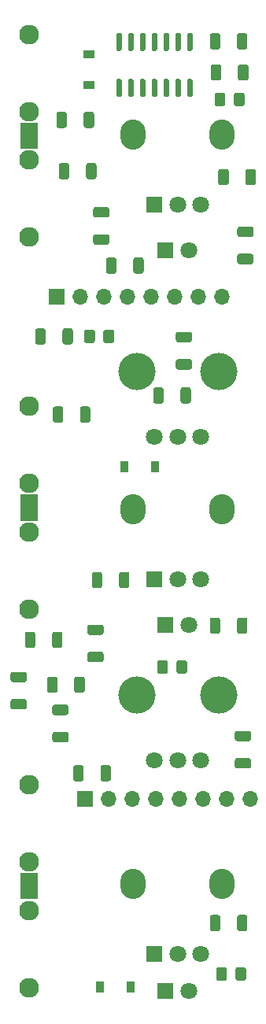
<source format=gbr>
%TF.GenerationSoftware,KiCad,Pcbnew,(5.1.9-0-10_14)*%
%TF.CreationDate,2021-04-20T22:44:58+02:00*%
%TF.ProjectId,tribus_front,74726962-7573-45f6-9672-6f6e742e6b69,rev?*%
%TF.SameCoordinates,Original*%
%TF.FileFunction,Soldermask,Bot*%
%TF.FilePolarity,Negative*%
%FSLAX46Y46*%
G04 Gerber Fmt 4.6, Leading zero omitted, Abs format (unit mm)*
G04 Created by KiCad (PCBNEW (5.1.9-0-10_14)) date 2021-04-20 22:44:58*
%MOMM*%
%LPD*%
G01*
G04 APERTURE LIST*
%ADD10C,1.800000*%
%ADD11R,1.800000X1.800000*%
%ADD12C,2.130000*%
%ADD13R,1.930000X1.830000*%
%ADD14O,2.720000X3.240000*%
%ADD15C,4.000000*%
%ADD16O,1.700000X1.700000*%
%ADD17R,1.700000X1.700000*%
%ADD18R,1.200000X0.900000*%
%ADD19R,0.900000X1.200000*%
G04 APERTURE END LIST*
D10*
%TO.C,D14*%
X22140000Y-65300000D03*
D11*
X19600000Y-65300000D03*
%TD*%
D12*
%TO.C,J8*%
X4900000Y-90800000D03*
D13*
X4900000Y-93900000D03*
D12*
X4900000Y-82500000D03*
%TD*%
%TO.C,J5*%
X4900000Y-96050000D03*
D13*
X4900000Y-92950000D03*
D12*
X4900000Y-104350000D03*
%TD*%
D11*
%TO.C,RV5*%
X18400000Y-100700000D03*
D10*
X20900000Y-100700000D03*
X23400000Y-100700000D03*
D14*
X25700000Y-93200000D03*
X16100000Y-93200000D03*
%TD*%
D10*
%TO.C,RV3*%
X18400000Y-79900000D03*
X20900000Y-79900000D03*
X23400000Y-79900000D03*
D15*
X16500000Y-72900000D03*
X25300000Y-72900000D03*
%TD*%
D11*
%TO.C,RV2*%
X18400000Y-60400000D03*
D10*
X20900000Y-60400000D03*
X23400000Y-60400000D03*
D14*
X25700000Y-52900000D03*
X16100000Y-52900000D03*
%TD*%
D10*
%TO.C,RV7*%
X18400000Y-45100000D03*
X20900000Y-45100000D03*
X23400000Y-45100000D03*
D15*
X16500000Y-38100000D03*
X25300000Y-38100000D03*
%TD*%
D11*
%TO.C,RV6*%
X18400000Y-20100000D03*
D10*
X20900000Y-20100000D03*
X23400000Y-20100000D03*
D14*
X25700000Y-12600000D03*
X16100000Y-12600000D03*
%TD*%
D10*
%TO.C,D8*%
X22140000Y-25000000D03*
D11*
X19600000Y-25000000D03*
%TD*%
D10*
%TO.C,D7*%
X22140000Y-104730000D03*
D11*
X19600000Y-104730000D03*
%TD*%
D12*
%TO.C,J2*%
X4900000Y-10100000D03*
D13*
X4900000Y-13200000D03*
D12*
X4900000Y-1800000D03*
%TD*%
%TO.C,J6*%
X4900000Y-15300000D03*
D13*
X4900000Y-12200000D03*
D12*
X4900000Y-23600000D03*
%TD*%
%TO.C,J10*%
X4900000Y-50100000D03*
D13*
X4900000Y-53200000D03*
D12*
X4900000Y-41800000D03*
%TD*%
%TO.C,J3*%
X4900000Y-55300000D03*
D13*
X4900000Y-52200000D03*
D12*
X4900000Y-63600000D03*
%TD*%
D16*
%TO.C,J9*%
X28690000Y-84000000D03*
X26150000Y-84000000D03*
X23610000Y-84000000D03*
X21070000Y-84000000D03*
X18530000Y-84000000D03*
X15990000Y-84000000D03*
X13450000Y-84000000D03*
D17*
X10910000Y-84000000D03*
%TD*%
D16*
%TO.C,J11*%
X25690000Y-30000000D03*
X23150000Y-30000000D03*
X20610000Y-30000000D03*
X18070000Y-30000000D03*
X15530000Y-30000000D03*
X12990000Y-30000000D03*
X10450000Y-30000000D03*
D17*
X7910000Y-30000000D03*
%TD*%
%TO.C,C21*%
G36*
G01*
X26950000Y-9275000D02*
X26950000Y-8325000D01*
G75*
G02*
X27200000Y-8075000I250000J0D01*
G01*
X27875000Y-8075000D01*
G75*
G02*
X28125000Y-8325000I0J-250000D01*
G01*
X28125000Y-9275000D01*
G75*
G02*
X27875000Y-9525000I-250000J0D01*
G01*
X27200000Y-9525000D01*
G75*
G02*
X26950000Y-9275000I0J250000D01*
G01*
G37*
G36*
G01*
X24875000Y-9275000D02*
X24875000Y-8325000D01*
G75*
G02*
X25125000Y-8075000I250000J0D01*
G01*
X25800000Y-8075000D01*
G75*
G02*
X26050000Y-8325000I0J-250000D01*
G01*
X26050000Y-9275000D01*
G75*
G02*
X25800000Y-9525000I-250000J0D01*
G01*
X25125000Y-9525000D01*
G75*
G02*
X24875000Y-9275000I0J250000D01*
G01*
G37*
%TD*%
%TO.C,C38*%
G36*
G01*
X27120000Y-103345000D02*
X27120000Y-102395000D01*
G75*
G02*
X27370000Y-102145000I250000J0D01*
G01*
X28045000Y-102145000D01*
G75*
G02*
X28295000Y-102395000I0J-250000D01*
G01*
X28295000Y-103345000D01*
G75*
G02*
X28045000Y-103595000I-250000J0D01*
G01*
X27370000Y-103595000D01*
G75*
G02*
X27120000Y-103345000I0J250000D01*
G01*
G37*
G36*
G01*
X25045000Y-103345000D02*
X25045000Y-102395000D01*
G75*
G02*
X25295000Y-102145000I250000J0D01*
G01*
X25970000Y-102145000D01*
G75*
G02*
X26220000Y-102395000I0J-250000D01*
G01*
X26220000Y-103345000D01*
G75*
G02*
X25970000Y-103595000I-250000J0D01*
G01*
X25295000Y-103595000D01*
G75*
G02*
X25045000Y-103345000I0J250000D01*
G01*
G37*
%TD*%
%TO.C,C39*%
G36*
G01*
X12917500Y-34765000D02*
X12917500Y-33815000D01*
G75*
G02*
X13167500Y-33565000I250000J0D01*
G01*
X13842500Y-33565000D01*
G75*
G02*
X14092500Y-33815000I0J-250000D01*
G01*
X14092500Y-34765000D01*
G75*
G02*
X13842500Y-35015000I-250000J0D01*
G01*
X13167500Y-35015000D01*
G75*
G02*
X12917500Y-34765000I0J250000D01*
G01*
G37*
G36*
G01*
X10842500Y-34765000D02*
X10842500Y-33815000D01*
G75*
G02*
X11092500Y-33565000I250000J0D01*
G01*
X11767500Y-33565000D01*
G75*
G02*
X12017500Y-33815000I0J-250000D01*
G01*
X12017500Y-34765000D01*
G75*
G02*
X11767500Y-35015000I-250000J0D01*
G01*
X11092500Y-35015000D01*
G75*
G02*
X10842500Y-34765000I0J250000D01*
G01*
G37*
%TD*%
%TO.C,C40*%
G36*
G01*
X20770000Y-70325000D02*
X20770000Y-69375000D01*
G75*
G02*
X21020000Y-69125000I250000J0D01*
G01*
X21695000Y-69125000D01*
G75*
G02*
X21945000Y-69375000I0J-250000D01*
G01*
X21945000Y-70325000D01*
G75*
G02*
X21695000Y-70575000I-250000J0D01*
G01*
X21020000Y-70575000D01*
G75*
G02*
X20770000Y-70325000I0J250000D01*
G01*
G37*
G36*
G01*
X18695000Y-70325000D02*
X18695000Y-69375000D01*
G75*
G02*
X18945000Y-69125000I250000J0D01*
G01*
X19620000Y-69125000D01*
G75*
G02*
X19870000Y-69375000I0J-250000D01*
G01*
X19870000Y-70325000D01*
G75*
G02*
X19620000Y-70575000I-250000J0D01*
G01*
X18945000Y-70575000D01*
G75*
G02*
X18695000Y-70325000I0J250000D01*
G01*
G37*
%TD*%
D18*
%TO.C,D3*%
X11400000Y-3950000D03*
X11400000Y-7250000D03*
%TD*%
D19*
%TO.C,D15*%
X15850000Y-104300000D03*
X12550000Y-104300000D03*
%TD*%
%TO.C,D16*%
X18500000Y-48300000D03*
X15200000Y-48300000D03*
%TD*%
%TO.C,U4*%
G36*
G01*
X22375000Y-3580000D02*
X22075000Y-3580000D01*
G75*
G02*
X21925000Y-3430000I0J150000D01*
G01*
X21925000Y-1780000D01*
G75*
G02*
X22075000Y-1630000I150000J0D01*
G01*
X22375000Y-1630000D01*
G75*
G02*
X22525000Y-1780000I0J-150000D01*
G01*
X22525000Y-3430000D01*
G75*
G02*
X22375000Y-3580000I-150000J0D01*
G01*
G37*
G36*
G01*
X21105000Y-3580000D02*
X20805000Y-3580000D01*
G75*
G02*
X20655000Y-3430000I0J150000D01*
G01*
X20655000Y-1780000D01*
G75*
G02*
X20805000Y-1630000I150000J0D01*
G01*
X21105000Y-1630000D01*
G75*
G02*
X21255000Y-1780000I0J-150000D01*
G01*
X21255000Y-3430000D01*
G75*
G02*
X21105000Y-3580000I-150000J0D01*
G01*
G37*
G36*
G01*
X19835000Y-3580000D02*
X19535000Y-3580000D01*
G75*
G02*
X19385000Y-3430000I0J150000D01*
G01*
X19385000Y-1780000D01*
G75*
G02*
X19535000Y-1630000I150000J0D01*
G01*
X19835000Y-1630000D01*
G75*
G02*
X19985000Y-1780000I0J-150000D01*
G01*
X19985000Y-3430000D01*
G75*
G02*
X19835000Y-3580000I-150000J0D01*
G01*
G37*
G36*
G01*
X18565000Y-3580000D02*
X18265000Y-3580000D01*
G75*
G02*
X18115000Y-3430000I0J150000D01*
G01*
X18115000Y-1780000D01*
G75*
G02*
X18265000Y-1630000I150000J0D01*
G01*
X18565000Y-1630000D01*
G75*
G02*
X18715000Y-1780000I0J-150000D01*
G01*
X18715000Y-3430000D01*
G75*
G02*
X18565000Y-3580000I-150000J0D01*
G01*
G37*
G36*
G01*
X17295000Y-3580000D02*
X16995000Y-3580000D01*
G75*
G02*
X16845000Y-3430000I0J150000D01*
G01*
X16845000Y-1780000D01*
G75*
G02*
X16995000Y-1630000I150000J0D01*
G01*
X17295000Y-1630000D01*
G75*
G02*
X17445000Y-1780000I0J-150000D01*
G01*
X17445000Y-3430000D01*
G75*
G02*
X17295000Y-3580000I-150000J0D01*
G01*
G37*
G36*
G01*
X16025000Y-3580000D02*
X15725000Y-3580000D01*
G75*
G02*
X15575000Y-3430000I0J150000D01*
G01*
X15575000Y-1780000D01*
G75*
G02*
X15725000Y-1630000I150000J0D01*
G01*
X16025000Y-1630000D01*
G75*
G02*
X16175000Y-1780000I0J-150000D01*
G01*
X16175000Y-3430000D01*
G75*
G02*
X16025000Y-3580000I-150000J0D01*
G01*
G37*
G36*
G01*
X14755000Y-3580000D02*
X14455000Y-3580000D01*
G75*
G02*
X14305000Y-3430000I0J150000D01*
G01*
X14305000Y-1780000D01*
G75*
G02*
X14455000Y-1630000I150000J0D01*
G01*
X14755000Y-1630000D01*
G75*
G02*
X14905000Y-1780000I0J-150000D01*
G01*
X14905000Y-3430000D01*
G75*
G02*
X14755000Y-3580000I-150000J0D01*
G01*
G37*
G36*
G01*
X14755000Y-8530000D02*
X14455000Y-8530000D01*
G75*
G02*
X14305000Y-8380000I0J150000D01*
G01*
X14305000Y-6730000D01*
G75*
G02*
X14455000Y-6580000I150000J0D01*
G01*
X14755000Y-6580000D01*
G75*
G02*
X14905000Y-6730000I0J-150000D01*
G01*
X14905000Y-8380000D01*
G75*
G02*
X14755000Y-8530000I-150000J0D01*
G01*
G37*
G36*
G01*
X16025000Y-8530000D02*
X15725000Y-8530000D01*
G75*
G02*
X15575000Y-8380000I0J150000D01*
G01*
X15575000Y-6730000D01*
G75*
G02*
X15725000Y-6580000I150000J0D01*
G01*
X16025000Y-6580000D01*
G75*
G02*
X16175000Y-6730000I0J-150000D01*
G01*
X16175000Y-8380000D01*
G75*
G02*
X16025000Y-8530000I-150000J0D01*
G01*
G37*
G36*
G01*
X17295000Y-8530000D02*
X16995000Y-8530000D01*
G75*
G02*
X16845000Y-8380000I0J150000D01*
G01*
X16845000Y-6730000D01*
G75*
G02*
X16995000Y-6580000I150000J0D01*
G01*
X17295000Y-6580000D01*
G75*
G02*
X17445000Y-6730000I0J-150000D01*
G01*
X17445000Y-8380000D01*
G75*
G02*
X17295000Y-8530000I-150000J0D01*
G01*
G37*
G36*
G01*
X18565000Y-8530000D02*
X18265000Y-8530000D01*
G75*
G02*
X18115000Y-8380000I0J150000D01*
G01*
X18115000Y-6730000D01*
G75*
G02*
X18265000Y-6580000I150000J0D01*
G01*
X18565000Y-6580000D01*
G75*
G02*
X18715000Y-6730000I0J-150000D01*
G01*
X18715000Y-8380000D01*
G75*
G02*
X18565000Y-8530000I-150000J0D01*
G01*
G37*
G36*
G01*
X19835000Y-8530000D02*
X19535000Y-8530000D01*
G75*
G02*
X19385000Y-8380000I0J150000D01*
G01*
X19385000Y-6730000D01*
G75*
G02*
X19535000Y-6580000I150000J0D01*
G01*
X19835000Y-6580000D01*
G75*
G02*
X19985000Y-6730000I0J-150000D01*
G01*
X19985000Y-8380000D01*
G75*
G02*
X19835000Y-8530000I-150000J0D01*
G01*
G37*
G36*
G01*
X21105000Y-8530000D02*
X20805000Y-8530000D01*
G75*
G02*
X20655000Y-8380000I0J150000D01*
G01*
X20655000Y-6730000D01*
G75*
G02*
X20805000Y-6580000I150000J0D01*
G01*
X21105000Y-6580000D01*
G75*
G02*
X21255000Y-6730000I0J-150000D01*
G01*
X21255000Y-8380000D01*
G75*
G02*
X21105000Y-8530000I-150000J0D01*
G01*
G37*
G36*
G01*
X22375000Y-8530000D02*
X22075000Y-8530000D01*
G75*
G02*
X21925000Y-8380000I0J150000D01*
G01*
X21925000Y-6730000D01*
G75*
G02*
X22075000Y-6580000I150000J0D01*
G01*
X22375000Y-6580000D01*
G75*
G02*
X22525000Y-6730000I0J-150000D01*
G01*
X22525000Y-8380000D01*
G75*
G02*
X22375000Y-8530000I-150000J0D01*
G01*
G37*
%TD*%
%TO.C,R7*%
G36*
G01*
X12800000Y-59874997D02*
X12800000Y-61125003D01*
G75*
G02*
X12550003Y-61375000I-249997J0D01*
G01*
X11924997Y-61375000D01*
G75*
G02*
X11675000Y-61125003I0J249997D01*
G01*
X11675000Y-59874997D01*
G75*
G02*
X11924997Y-59625000I249997J0D01*
G01*
X12550003Y-59625000D01*
G75*
G02*
X12800000Y-59874997I0J-249997D01*
G01*
G37*
G36*
G01*
X15725000Y-59874997D02*
X15725000Y-61125003D01*
G75*
G02*
X15475003Y-61375000I-249997J0D01*
G01*
X14849997Y-61375000D01*
G75*
G02*
X14600000Y-61125003I0J249997D01*
G01*
X14600000Y-59874997D01*
G75*
G02*
X14849997Y-59625000I249997J0D01*
G01*
X15475003Y-59625000D01*
G75*
G02*
X15725000Y-59874997I0J-249997D01*
G01*
G37*
%TD*%
%TO.C,R8*%
G36*
G01*
X24475000Y-6525003D02*
X24475000Y-5274997D01*
G75*
G02*
X24724997Y-5025000I249997J0D01*
G01*
X25350003Y-5025000D01*
G75*
G02*
X25600000Y-5274997I0J-249997D01*
G01*
X25600000Y-6525003D01*
G75*
G02*
X25350003Y-6775000I-249997J0D01*
G01*
X24724997Y-6775000D01*
G75*
G02*
X24475000Y-6525003I0J249997D01*
G01*
G37*
G36*
G01*
X27400000Y-6525003D02*
X27400000Y-5274997D01*
G75*
G02*
X27649997Y-5025000I249997J0D01*
G01*
X28275003Y-5025000D01*
G75*
G02*
X28525000Y-5274997I0J-249997D01*
G01*
X28525000Y-6525003D01*
G75*
G02*
X28275003Y-6775000I-249997J0D01*
G01*
X27649997Y-6775000D01*
G75*
G02*
X27400000Y-6525003I0J249997D01*
G01*
G37*
%TD*%
%TO.C,R13*%
G36*
G01*
X10800000Y-11625003D02*
X10800000Y-10374997D01*
G75*
G02*
X11049997Y-10125000I249997J0D01*
G01*
X11675003Y-10125000D01*
G75*
G02*
X11925000Y-10374997I0J-249997D01*
G01*
X11925000Y-11625003D01*
G75*
G02*
X11675003Y-11875000I-249997J0D01*
G01*
X11049997Y-11875000D01*
G75*
G02*
X10800000Y-11625003I0J249997D01*
G01*
G37*
G36*
G01*
X7875000Y-11625003D02*
X7875000Y-10374997D01*
G75*
G02*
X8124997Y-10125000I249997J0D01*
G01*
X8750003Y-10125000D01*
G75*
G02*
X9000000Y-10374997I0J-249997D01*
G01*
X9000000Y-11625003D01*
G75*
G02*
X8750003Y-11875000I-249997J0D01*
G01*
X8124997Y-11875000D01*
G75*
G02*
X7875000Y-11625003I0J249997D01*
G01*
G37*
%TD*%
%TO.C,R15*%
G36*
G01*
X12185000Y-15884997D02*
X12185000Y-17135003D01*
G75*
G02*
X11935003Y-17385000I-249997J0D01*
G01*
X11309997Y-17385000D01*
G75*
G02*
X11060000Y-17135003I0J249997D01*
G01*
X11060000Y-15884997D01*
G75*
G02*
X11309997Y-15635000I249997J0D01*
G01*
X11935003Y-15635000D01*
G75*
G02*
X12185000Y-15884997I0J-249997D01*
G01*
G37*
G36*
G01*
X9260000Y-15884997D02*
X9260000Y-17135003D01*
G75*
G02*
X9010003Y-17385000I-249997J0D01*
G01*
X8384997Y-17385000D01*
G75*
G02*
X8135000Y-17135003I0J249997D01*
G01*
X8135000Y-15884997D01*
G75*
G02*
X8384997Y-15635000I249997J0D01*
G01*
X9010003Y-15635000D01*
G75*
G02*
X9260000Y-15884997I0J-249997D01*
G01*
G37*
%TD*%
%TO.C,R16*%
G36*
G01*
X12074997Y-23300000D02*
X13325003Y-23300000D01*
G75*
G02*
X13575000Y-23549997I0J-249997D01*
G01*
X13575000Y-24175003D01*
G75*
G02*
X13325003Y-24425000I-249997J0D01*
G01*
X12074997Y-24425000D01*
G75*
G02*
X11825000Y-24175003I0J249997D01*
G01*
X11825000Y-23549997D01*
G75*
G02*
X12074997Y-23300000I249997J0D01*
G01*
G37*
G36*
G01*
X12074997Y-20375000D02*
X13325003Y-20375000D01*
G75*
G02*
X13575000Y-20624997I0J-249997D01*
G01*
X13575000Y-21250003D01*
G75*
G02*
X13325003Y-21500000I-249997J0D01*
G01*
X12074997Y-21500000D01*
G75*
G02*
X11825000Y-21250003I0J249997D01*
G01*
X11825000Y-20624997D01*
G75*
G02*
X12074997Y-20375000I249997J0D01*
G01*
G37*
%TD*%
%TO.C,R17*%
G36*
G01*
X4435003Y-74415000D02*
X3184997Y-74415000D01*
G75*
G02*
X2935000Y-74165003I0J249997D01*
G01*
X2935000Y-73539997D01*
G75*
G02*
X3184997Y-73290000I249997J0D01*
G01*
X4435003Y-73290000D01*
G75*
G02*
X4685000Y-73539997I0J-249997D01*
G01*
X4685000Y-74165003D01*
G75*
G02*
X4435003Y-74415000I-249997J0D01*
G01*
G37*
G36*
G01*
X4435003Y-71490000D02*
X3184997Y-71490000D01*
G75*
G02*
X2935000Y-71240003I0J249997D01*
G01*
X2935000Y-70614997D01*
G75*
G02*
X3184997Y-70365000I249997J0D01*
G01*
X4435003Y-70365000D01*
G75*
G02*
X4685000Y-70614997I0J-249997D01*
G01*
X4685000Y-71240003D01*
G75*
G02*
X4435003Y-71490000I-249997J0D01*
G01*
G37*
%TD*%
%TO.C,R20*%
G36*
G01*
X10800000Y-80654997D02*
X10800000Y-81905003D01*
G75*
G02*
X10550003Y-82155000I-249997J0D01*
G01*
X9924997Y-82155000D01*
G75*
G02*
X9675000Y-81905003I0J249997D01*
G01*
X9675000Y-80654997D01*
G75*
G02*
X9924997Y-80405000I249997J0D01*
G01*
X10550003Y-80405000D01*
G75*
G02*
X10800000Y-80654997I0J-249997D01*
G01*
G37*
G36*
G01*
X13725000Y-80654997D02*
X13725000Y-81905003D01*
G75*
G02*
X13475003Y-82155000I-249997J0D01*
G01*
X12849997Y-82155000D01*
G75*
G02*
X12600000Y-81905003I0J249997D01*
G01*
X12600000Y-80654997D01*
G75*
G02*
X12849997Y-80405000I249997J0D01*
G01*
X13475003Y-80405000D01*
G75*
G02*
X13725000Y-80654997I0J-249997D01*
G01*
G37*
%TD*%
%TO.C,R26*%
G36*
G01*
X10915000Y-71129997D02*
X10915000Y-72380003D01*
G75*
G02*
X10665003Y-72630000I-249997J0D01*
G01*
X10039997Y-72630000D01*
G75*
G02*
X9790000Y-72380003I0J249997D01*
G01*
X9790000Y-71129997D01*
G75*
G02*
X10039997Y-70880000I249997J0D01*
G01*
X10665003Y-70880000D01*
G75*
G02*
X10915000Y-71129997I0J-249997D01*
G01*
G37*
G36*
G01*
X7990000Y-71129997D02*
X7990000Y-72380003D01*
G75*
G02*
X7740003Y-72630000I-249997J0D01*
G01*
X7114997Y-72630000D01*
G75*
G02*
X6865000Y-72380003I0J249997D01*
G01*
X6865000Y-71129997D01*
G75*
G02*
X7114997Y-70880000I249997J0D01*
G01*
X7740003Y-70880000D01*
G75*
G02*
X7990000Y-71129997I0J-249997D01*
G01*
G37*
%TD*%
%TO.C,R29*%
G36*
G01*
X27300000Y-98025003D02*
X27300000Y-96774997D01*
G75*
G02*
X27549997Y-96525000I249997J0D01*
G01*
X28175003Y-96525000D01*
G75*
G02*
X28425000Y-96774997I0J-249997D01*
G01*
X28425000Y-98025003D01*
G75*
G02*
X28175003Y-98275000I-249997J0D01*
G01*
X27549997Y-98275000D01*
G75*
G02*
X27300000Y-98025003I0J249997D01*
G01*
G37*
G36*
G01*
X24375000Y-98025003D02*
X24375000Y-96774997D01*
G75*
G02*
X24624997Y-96525000I249997J0D01*
G01*
X25250003Y-96525000D01*
G75*
G02*
X25500000Y-96774997I0J-249997D01*
G01*
X25500000Y-98025003D01*
G75*
G02*
X25250003Y-98275000I-249997J0D01*
G01*
X24624997Y-98275000D01*
G75*
G02*
X24375000Y-98025003I0J249997D01*
G01*
G37*
%TD*%
%TO.C,R56*%
G36*
G01*
X12690003Y-69335000D02*
X11439997Y-69335000D01*
G75*
G02*
X11190000Y-69085003I0J249997D01*
G01*
X11190000Y-68459997D01*
G75*
G02*
X11439997Y-68210000I249997J0D01*
G01*
X12690003Y-68210000D01*
G75*
G02*
X12940000Y-68459997I0J-249997D01*
G01*
X12940000Y-69085003D01*
G75*
G02*
X12690003Y-69335000I-249997J0D01*
G01*
G37*
G36*
G01*
X12690003Y-66410000D02*
X11439997Y-66410000D01*
G75*
G02*
X11190000Y-66160003I0J249997D01*
G01*
X11190000Y-65534997D01*
G75*
G02*
X11439997Y-65285000I249997J0D01*
G01*
X12690003Y-65285000D01*
G75*
G02*
X12940000Y-65534997I0J-249997D01*
G01*
X12940000Y-66160003D01*
G75*
G02*
X12690003Y-66410000I-249997J0D01*
G01*
G37*
%TD*%
%TO.C,R57*%
G36*
G01*
X7400000Y-67555003D02*
X7400000Y-66304997D01*
G75*
G02*
X7649997Y-66055000I249997J0D01*
G01*
X8275003Y-66055000D01*
G75*
G02*
X8525000Y-66304997I0J-249997D01*
G01*
X8525000Y-67555003D01*
G75*
G02*
X8275003Y-67805000I-249997J0D01*
G01*
X7649997Y-67805000D01*
G75*
G02*
X7400000Y-67555003I0J249997D01*
G01*
G37*
G36*
G01*
X4475000Y-67555003D02*
X4475000Y-66304997D01*
G75*
G02*
X4724997Y-66055000I249997J0D01*
G01*
X5350003Y-66055000D01*
G75*
G02*
X5600000Y-66304997I0J-249997D01*
G01*
X5600000Y-67555003D01*
G75*
G02*
X5350003Y-67805000I-249997J0D01*
G01*
X4724997Y-67805000D01*
G75*
G02*
X4475000Y-67555003I0J249997D01*
G01*
G37*
%TD*%
%TO.C,R59*%
G36*
G01*
X24375000Y-3165003D02*
X24375000Y-1914997D01*
G75*
G02*
X24624997Y-1665000I249997J0D01*
G01*
X25250003Y-1665000D01*
G75*
G02*
X25500000Y-1914997I0J-249997D01*
G01*
X25500000Y-3165003D01*
G75*
G02*
X25250003Y-3415000I-249997J0D01*
G01*
X24624997Y-3415000D01*
G75*
G02*
X24375000Y-3165003I0J249997D01*
G01*
G37*
G36*
G01*
X27300000Y-3165003D02*
X27300000Y-1914997D01*
G75*
G02*
X27549997Y-1665000I249997J0D01*
G01*
X28175003Y-1665000D01*
G75*
G02*
X28425000Y-1914997I0J-249997D01*
G01*
X28425000Y-3165003D01*
G75*
G02*
X28175003Y-3415000I-249997J0D01*
G01*
X27549997Y-3415000D01*
G75*
G02*
X27300000Y-3165003I0J249997D01*
G01*
G37*
%TD*%
%TO.C,R60*%
G36*
G01*
X28825003Y-23600000D02*
X27574997Y-23600000D01*
G75*
G02*
X27325000Y-23350003I0J249997D01*
G01*
X27325000Y-22724997D01*
G75*
G02*
X27574997Y-22475000I249997J0D01*
G01*
X28825003Y-22475000D01*
G75*
G02*
X29075000Y-22724997I0J-249997D01*
G01*
X29075000Y-23350003D01*
G75*
G02*
X28825003Y-23600000I-249997J0D01*
G01*
G37*
G36*
G01*
X28825003Y-26525000D02*
X27574997Y-26525000D01*
G75*
G02*
X27325000Y-26275003I0J249997D01*
G01*
X27325000Y-25649997D01*
G75*
G02*
X27574997Y-25400000I249997J0D01*
G01*
X28825003Y-25400000D01*
G75*
G02*
X29075000Y-25649997I0J-249997D01*
G01*
X29075000Y-26275003D01*
G75*
G02*
X28825003Y-26525000I-249997J0D01*
G01*
G37*
%TD*%
%TO.C,R61*%
G36*
G01*
X28205000Y-17770003D02*
X28205000Y-16519997D01*
G75*
G02*
X28454997Y-16270000I249997J0D01*
G01*
X29080003Y-16270000D01*
G75*
G02*
X29330000Y-16519997I0J-249997D01*
G01*
X29330000Y-17770003D01*
G75*
G02*
X29080003Y-18020000I-249997J0D01*
G01*
X28454997Y-18020000D01*
G75*
G02*
X28205000Y-17770003I0J249997D01*
G01*
G37*
G36*
G01*
X25280000Y-17770003D02*
X25280000Y-16519997D01*
G75*
G02*
X25529997Y-16270000I249997J0D01*
G01*
X26155003Y-16270000D01*
G75*
G02*
X26405000Y-16519997I0J-249997D01*
G01*
X26405000Y-17770003D01*
G75*
G02*
X26155003Y-18020000I-249997J0D01*
G01*
X25529997Y-18020000D01*
G75*
G02*
X25280000Y-17770003I0J249997D01*
G01*
G37*
%TD*%
%TO.C,R62*%
G36*
G01*
X17265000Y-26044997D02*
X17265000Y-27295003D01*
G75*
G02*
X17015003Y-27545000I-249997J0D01*
G01*
X16389997Y-27545000D01*
G75*
G02*
X16140000Y-27295003I0J249997D01*
G01*
X16140000Y-26044997D01*
G75*
G02*
X16389997Y-25795000I249997J0D01*
G01*
X17015003Y-25795000D01*
G75*
G02*
X17265000Y-26044997I0J-249997D01*
G01*
G37*
G36*
G01*
X14340000Y-26044997D02*
X14340000Y-27295003D01*
G75*
G02*
X14090003Y-27545000I-249997J0D01*
G01*
X13464997Y-27545000D01*
G75*
G02*
X13215000Y-27295003I0J249997D01*
G01*
X13215000Y-26044997D01*
G75*
G02*
X13464997Y-25795000I249997J0D01*
G01*
X14090003Y-25795000D01*
G75*
G02*
X14340000Y-26044997I0J-249997D01*
G01*
G37*
%TD*%
%TO.C,R63*%
G36*
G01*
X24375000Y-66025003D02*
X24375000Y-64774997D01*
G75*
G02*
X24624997Y-64525000I249997J0D01*
G01*
X25250003Y-64525000D01*
G75*
G02*
X25500000Y-64774997I0J-249997D01*
G01*
X25500000Y-66025003D01*
G75*
G02*
X25250003Y-66275000I-249997J0D01*
G01*
X24624997Y-66275000D01*
G75*
G02*
X24375000Y-66025003I0J249997D01*
G01*
G37*
G36*
G01*
X27300000Y-66025003D02*
X27300000Y-64774997D01*
G75*
G02*
X27549997Y-64525000I249997J0D01*
G01*
X28175003Y-64525000D01*
G75*
G02*
X28425000Y-64774997I0J-249997D01*
G01*
X28425000Y-66025003D01*
G75*
G02*
X28175003Y-66275000I-249997J0D01*
G01*
X27549997Y-66275000D01*
G75*
G02*
X27300000Y-66025003I0J249997D01*
G01*
G37*
%TD*%
%TO.C,R64*%
G36*
G01*
X7674997Y-73905000D02*
X8925003Y-73905000D01*
G75*
G02*
X9175000Y-74154997I0J-249997D01*
G01*
X9175000Y-74780003D01*
G75*
G02*
X8925003Y-75030000I-249997J0D01*
G01*
X7674997Y-75030000D01*
G75*
G02*
X7425000Y-74780003I0J249997D01*
G01*
X7425000Y-74154997D01*
G75*
G02*
X7674997Y-73905000I249997J0D01*
G01*
G37*
G36*
G01*
X7674997Y-76830000D02*
X8925003Y-76830000D01*
G75*
G02*
X9175000Y-77079997I0J-249997D01*
G01*
X9175000Y-77705003D01*
G75*
G02*
X8925003Y-77955000I-249997J0D01*
G01*
X7674997Y-77955000D01*
G75*
G02*
X7425000Y-77705003I0J249997D01*
G01*
X7425000Y-77079997D01*
G75*
G02*
X7674997Y-76830000I249997J0D01*
G01*
G37*
%TD*%
%TO.C,R65*%
G36*
G01*
X27314997Y-79640000D02*
X28565003Y-79640000D01*
G75*
G02*
X28815000Y-79889997I0J-249997D01*
G01*
X28815000Y-80515003D01*
G75*
G02*
X28565003Y-80765000I-249997J0D01*
G01*
X27314997Y-80765000D01*
G75*
G02*
X27065000Y-80515003I0J249997D01*
G01*
X27065000Y-79889997D01*
G75*
G02*
X27314997Y-79640000I249997J0D01*
G01*
G37*
G36*
G01*
X27314997Y-76715000D02*
X28565003Y-76715000D01*
G75*
G02*
X28815000Y-76964997I0J-249997D01*
G01*
X28815000Y-77590003D01*
G75*
G02*
X28565003Y-77840000I-249997J0D01*
G01*
X27314997Y-77840000D01*
G75*
G02*
X27065000Y-77590003I0J249997D01*
G01*
X27065000Y-76964997D01*
G75*
G02*
X27314997Y-76715000I249997J0D01*
G01*
G37*
%TD*%
%TO.C,R66*%
G36*
G01*
X7475000Y-43325003D02*
X7475000Y-42074997D01*
G75*
G02*
X7724997Y-41825000I249997J0D01*
G01*
X8350003Y-41825000D01*
G75*
G02*
X8600000Y-42074997I0J-249997D01*
G01*
X8600000Y-43325003D01*
G75*
G02*
X8350003Y-43575000I-249997J0D01*
G01*
X7724997Y-43575000D01*
G75*
G02*
X7475000Y-43325003I0J249997D01*
G01*
G37*
G36*
G01*
X10400000Y-43325003D02*
X10400000Y-42074997D01*
G75*
G02*
X10649997Y-41825000I249997J0D01*
G01*
X11275003Y-41825000D01*
G75*
G02*
X11525000Y-42074997I0J-249997D01*
G01*
X11525000Y-43325003D01*
G75*
G02*
X11275003Y-43575000I-249997J0D01*
G01*
X10649997Y-43575000D01*
G75*
G02*
X10400000Y-43325003I0J249997D01*
G01*
G37*
%TD*%
%TO.C,R67*%
G36*
G01*
X18295000Y-41265003D02*
X18295000Y-40014997D01*
G75*
G02*
X18544997Y-39765000I249997J0D01*
G01*
X19170003Y-39765000D01*
G75*
G02*
X19420000Y-40014997I0J-249997D01*
G01*
X19420000Y-41265003D01*
G75*
G02*
X19170003Y-41515000I-249997J0D01*
G01*
X18544997Y-41515000D01*
G75*
G02*
X18295000Y-41265003I0J249997D01*
G01*
G37*
G36*
G01*
X21220000Y-41265003D02*
X21220000Y-40014997D01*
G75*
G02*
X21469997Y-39765000I249997J0D01*
G01*
X22095003Y-39765000D01*
G75*
G02*
X22345000Y-40014997I0J-249997D01*
G01*
X22345000Y-41265003D01*
G75*
G02*
X22095003Y-41515000I-249997J0D01*
G01*
X21469997Y-41515000D01*
G75*
G02*
X21220000Y-41265003I0J249997D01*
G01*
G37*
%TD*%
%TO.C,R68*%
G36*
G01*
X8520000Y-34915003D02*
X8520000Y-33664997D01*
G75*
G02*
X8769997Y-33415000I249997J0D01*
G01*
X9395003Y-33415000D01*
G75*
G02*
X9645000Y-33664997I0J-249997D01*
G01*
X9645000Y-34915003D01*
G75*
G02*
X9395003Y-35165000I-249997J0D01*
G01*
X8769997Y-35165000D01*
G75*
G02*
X8520000Y-34915003I0J249997D01*
G01*
G37*
G36*
G01*
X5595000Y-34915003D02*
X5595000Y-33664997D01*
G75*
G02*
X5844997Y-33415000I249997J0D01*
G01*
X6470003Y-33415000D01*
G75*
G02*
X6720000Y-33664997I0J-249997D01*
G01*
X6720000Y-34915003D01*
G75*
G02*
X6470003Y-35165000I-249997J0D01*
G01*
X5844997Y-35165000D01*
G75*
G02*
X5595000Y-34915003I0J249997D01*
G01*
G37*
%TD*%
%TO.C,R69*%
G36*
G01*
X20964997Y-36730000D02*
X22215003Y-36730000D01*
G75*
G02*
X22465000Y-36979997I0J-249997D01*
G01*
X22465000Y-37605003D01*
G75*
G02*
X22215003Y-37855000I-249997J0D01*
G01*
X20964997Y-37855000D01*
G75*
G02*
X20715000Y-37605003I0J249997D01*
G01*
X20715000Y-36979997D01*
G75*
G02*
X20964997Y-36730000I249997J0D01*
G01*
G37*
G36*
G01*
X20964997Y-33805000D02*
X22215003Y-33805000D01*
G75*
G02*
X22465000Y-34054997I0J-249997D01*
G01*
X22465000Y-34680003D01*
G75*
G02*
X22215003Y-34930000I-249997J0D01*
G01*
X20964997Y-34930000D01*
G75*
G02*
X20715000Y-34680003I0J249997D01*
G01*
X20715000Y-34054997D01*
G75*
G02*
X20964997Y-33805000I249997J0D01*
G01*
G37*
%TD*%
M02*

</source>
